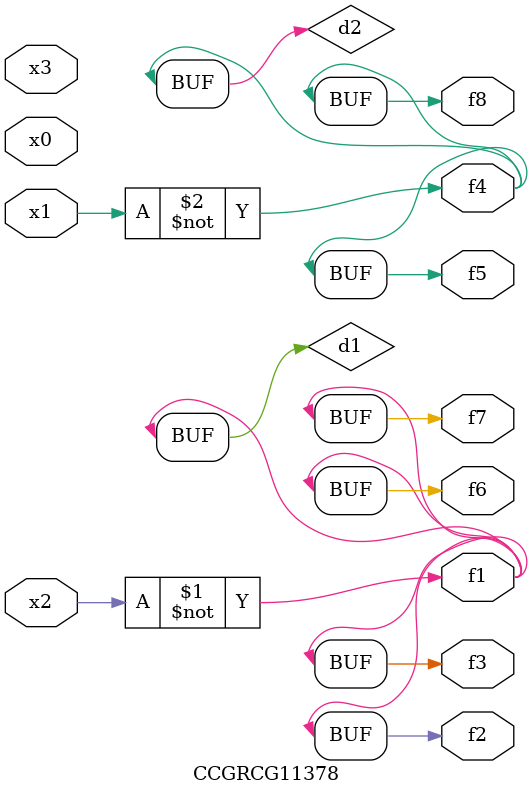
<source format=v>
module CCGRCG11378(
	input x0, x1, x2, x3,
	output f1, f2, f3, f4, f5, f6, f7, f8
);

	wire d1, d2;

	xnor (d1, x2);
	not (d2, x1);
	assign f1 = d1;
	assign f2 = d1;
	assign f3 = d1;
	assign f4 = d2;
	assign f5 = d2;
	assign f6 = d1;
	assign f7 = d1;
	assign f8 = d2;
endmodule

</source>
